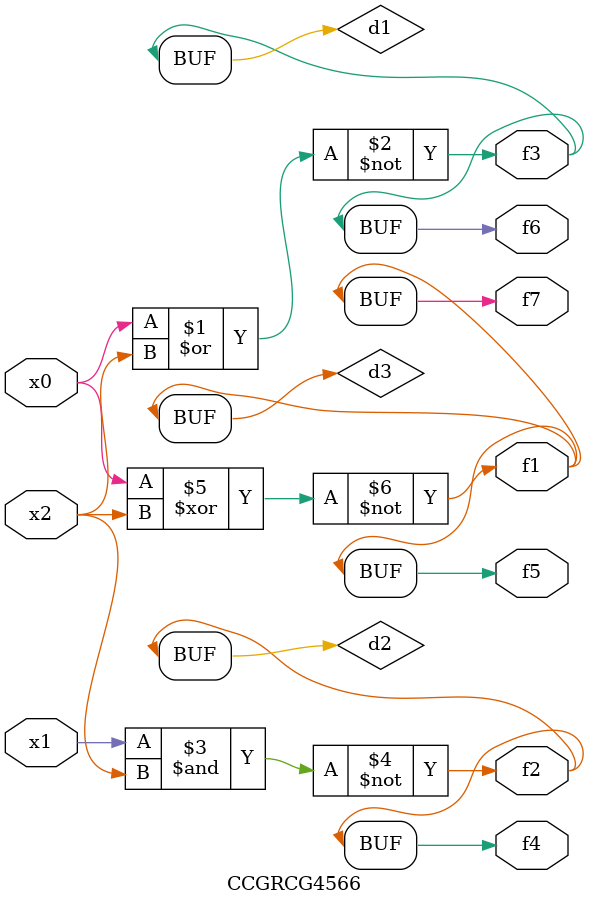
<source format=v>
module CCGRCG4566(
	input x0, x1, x2,
	output f1, f2, f3, f4, f5, f6, f7
);

	wire d1, d2, d3;

	nor (d1, x0, x2);
	nand (d2, x1, x2);
	xnor (d3, x0, x2);
	assign f1 = d3;
	assign f2 = d2;
	assign f3 = d1;
	assign f4 = d2;
	assign f5 = d3;
	assign f6 = d1;
	assign f7 = d3;
endmodule

</source>
